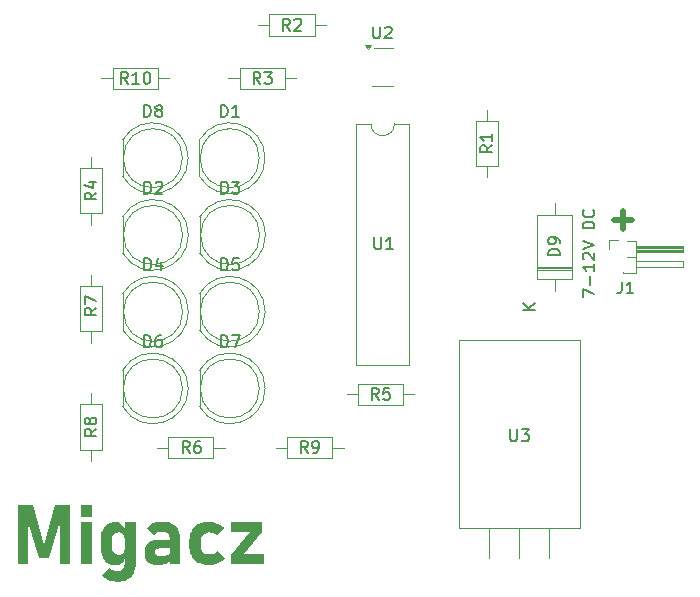
<source format=gbr>
%TF.GenerationSoftware,KiCad,Pcbnew,8.0.2*%
%TF.CreationDate,2026-02-07T14:26:08+01:00*%
%TF.ProjectId,konstantynopolitanczykowianeczka_zamieszkujaca_konstantynopol,6b6f6e73-7461-46e7-9479-6e6f706f6c69,1*%
%TF.SameCoordinates,Original*%
%TF.FileFunction,Legend,Top*%
%TF.FilePolarity,Positive*%
%FSLAX46Y46*%
G04 Gerber Fmt 4.6, Leading zero omitted, Abs format (unit mm)*
G04 Created by KiCad (PCBNEW 8.0.2) date 2026-02-07 14:26:08*
%MOMM*%
%LPD*%
G01*
G04 APERTURE LIST*
%ADD10C,0.200000*%
%ADD11C,0.500000*%
%ADD12C,0.150000*%
%ADD13C,0.120000*%
G04 APERTURE END LIST*
D10*
G36*
X77576698Y-93156454D02*
G01*
X78817452Y-93156454D01*
X78817452Y-98150000D01*
X77961381Y-98150000D01*
X77961381Y-94272644D01*
X77996796Y-94492463D01*
X77041806Y-97593126D01*
X76210159Y-97593126D01*
X75255170Y-94560851D01*
X75289364Y-94272644D01*
X75289364Y-98150000D01*
X74434514Y-98150000D01*
X74434514Y-93156454D01*
X75674046Y-93156454D01*
X76625372Y-96522121D01*
X77576698Y-93156454D01*
G37*
G36*
X79766335Y-93156454D02*
G01*
X80706670Y-93156454D01*
X80706670Y-94096789D01*
X79766335Y-94096789D01*
X79766335Y-93156454D01*
G37*
G36*
X79766335Y-94585275D02*
G01*
X80706670Y-94585275D01*
X80706670Y-98150000D01*
X79766335Y-98150000D01*
X79766335Y-94585275D01*
G37*
G36*
X82835247Y-99599581D02*
G01*
X82577814Y-99584912D01*
X82315299Y-99534891D01*
X82074430Y-99449371D01*
X81844422Y-99320457D01*
X81656317Y-99157196D01*
X81554193Y-99029274D01*
X82185561Y-98449197D01*
X82383328Y-98605491D01*
X82473767Y-98649476D01*
X82711842Y-98713390D01*
X82824256Y-98720307D01*
X83077437Y-98684618D01*
X83294851Y-98567878D01*
X83306635Y-98557885D01*
X83453379Y-98351799D01*
X83494702Y-98112142D01*
X83494702Y-94585275D01*
X84435037Y-94585275D01*
X84435037Y-98043754D01*
X84420257Y-98308792D01*
X84375918Y-98551612D01*
X84291983Y-98795354D01*
X84248192Y-98885170D01*
X84099388Y-99106217D01*
X83909891Y-99287437D01*
X83702309Y-99417620D01*
X83463361Y-99513576D01*
X83223428Y-99569550D01*
X82959925Y-99596738D01*
X82835247Y-99599581D01*
G37*
G36*
X82666719Y-98201290D02*
G01*
X82419986Y-98179789D01*
X82179789Y-98107289D01*
X82019476Y-98019330D01*
X81821354Y-97844680D01*
X81676039Y-97635881D01*
X81607926Y-97492986D01*
X81527969Y-97238500D01*
X81484082Y-96977847D01*
X81468035Y-96719399D01*
X81467487Y-96658897D01*
X81467487Y-96088590D01*
X81478596Y-95823648D01*
X81511923Y-95581118D01*
X81575011Y-95337925D01*
X81607926Y-95248394D01*
X81720470Y-95027348D01*
X81877806Y-94831629D01*
X82019476Y-94715945D01*
X82237004Y-94604318D01*
X82484758Y-94544212D01*
X82666719Y-94532763D01*
X82922745Y-94570330D01*
X83157304Y-94683030D01*
X83186956Y-94703733D01*
X83375658Y-94879612D01*
X83519486Y-95091904D01*
X83566754Y-95186113D01*
X83494702Y-95976238D01*
X83459669Y-95734209D01*
X83432420Y-95667271D01*
X83266412Y-95481584D01*
X83251681Y-95473098D01*
X83006980Y-95406981D01*
X82965917Y-95405931D01*
X82717782Y-95456941D01*
X82554367Y-95586671D01*
X82440975Y-95818768D01*
X82409185Y-96072018D01*
X82409043Y-96092254D01*
X82409043Y-96658897D01*
X82436859Y-96911278D01*
X82545426Y-97143578D01*
X82554367Y-97154710D01*
X82756712Y-97295918D01*
X82965917Y-97329344D01*
X83213470Y-97283265D01*
X83251681Y-97264619D01*
X83424559Y-97090525D01*
X83432420Y-97075331D01*
X83493182Y-96829484D01*
X83494702Y-96776133D01*
X83542330Y-97590683D01*
X83423719Y-97820825D01*
X83246834Y-98011377D01*
X83205275Y-98042533D01*
X82974419Y-98156485D01*
X82724575Y-98199895D01*
X82666719Y-98201290D01*
G37*
G36*
X87303670Y-95889532D02*
G01*
X87251506Y-95647560D01*
X87138806Y-95508513D01*
X86909671Y-95399892D01*
X86671081Y-95374180D01*
X86423212Y-95399940D01*
X86275407Y-95440125D01*
X86048815Y-95541543D01*
X85929804Y-95622086D01*
X85346063Y-95048115D01*
X85524837Y-94880962D01*
X85742423Y-94744033D01*
X85909043Y-94669539D01*
X86158806Y-94591667D01*
X86401141Y-94548925D01*
X86658025Y-94532897D01*
X86684514Y-94532763D01*
X86936693Y-94545128D01*
X87191288Y-94587870D01*
X87440212Y-94670150D01*
X87481967Y-94689078D01*
X87707281Y-94826236D01*
X87888631Y-95003236D01*
X87985107Y-95143370D01*
X88090780Y-95383110D01*
X88144802Y-95633044D01*
X88158519Y-95859002D01*
X88158519Y-98150000D01*
X87303670Y-98150000D01*
X87303670Y-95889532D01*
G37*
G36*
X86310822Y-98201290D02*
G01*
X86042003Y-98184270D01*
X85783007Y-98124432D01*
X85549164Y-98007414D01*
X85453530Y-97928960D01*
X85304122Y-97730322D01*
X85210050Y-97476347D01*
X85174635Y-97233326D01*
X85170208Y-97098534D01*
X85190053Y-96850704D01*
X85259820Y-96611490D01*
X85396252Y-96394868D01*
X85487724Y-96305966D01*
X85717298Y-96166218D01*
X85977141Y-96084698D01*
X86250445Y-96047432D01*
X86441492Y-96040963D01*
X87334200Y-96040963D01*
X87381827Y-96759036D01*
X86445156Y-96759036D01*
X86202096Y-96798864D01*
X86125198Y-96843300D01*
X86019886Y-97067239D01*
X86018952Y-97098534D01*
X86113717Y-97330084D01*
X86152064Y-97358653D01*
X86387282Y-97432960D01*
X86557508Y-97442916D01*
X86813963Y-97430895D01*
X87057251Y-97382058D01*
X87119266Y-97357431D01*
X87292144Y-97173791D01*
X87303670Y-97088764D01*
X87375721Y-97607780D01*
X87283104Y-97844281D01*
X87198645Y-97933845D01*
X86985036Y-98068667D01*
X86806635Y-98134124D01*
X86565446Y-98184499D01*
X86310822Y-98201290D01*
G37*
G36*
X90571639Y-98201290D02*
G01*
X90326709Y-98189155D01*
X90072877Y-98146490D01*
X89817805Y-98063056D01*
X89700913Y-98007117D01*
X89491804Y-97868586D01*
X89316326Y-97695708D01*
X89174479Y-97488483D01*
X89150145Y-97442916D01*
X89050325Y-97196098D01*
X88992097Y-96948673D01*
X88963815Y-96677291D01*
X88960857Y-96548988D01*
X88960857Y-96167969D01*
X88972688Y-95918078D01*
X89014279Y-95659941D01*
X89085817Y-95426148D01*
X89150145Y-95283810D01*
X89285266Y-95071886D01*
X89454018Y-94894071D01*
X89656401Y-94750363D01*
X89700913Y-94725715D01*
X89941793Y-94623963D01*
X90182853Y-94564608D01*
X90446903Y-94535778D01*
X90571639Y-94532763D01*
X90821549Y-94545619D01*
X91074784Y-94587926D01*
X91123628Y-94599930D01*
X91369397Y-94682056D01*
X91588910Y-94794103D01*
X91788549Y-94944557D01*
X91932071Y-95103070D01*
X91323907Y-95694138D01*
X91113851Y-95549227D01*
X91018603Y-95507292D01*
X90781508Y-95448062D01*
X90651018Y-95440125D01*
X90406069Y-95466915D01*
X90177163Y-95565891D01*
X90097808Y-95630635D01*
X89957559Y-95843584D01*
X89905466Y-96083705D01*
X89902413Y-96167969D01*
X89902413Y-96548988D01*
X89929891Y-96794337D01*
X90031404Y-97022409D01*
X90097808Y-97100976D01*
X90317286Y-97240349D01*
X90564369Y-97292116D01*
X90651018Y-97295150D01*
X90898532Y-97264119D01*
X91021046Y-97223098D01*
X91239757Y-97094589D01*
X91323907Y-97016713D01*
X91932071Y-97641974D01*
X91753211Y-97825944D01*
X91585247Y-97946057D01*
X91366039Y-98055966D01*
X91121185Y-98136566D01*
X90872709Y-98183024D01*
X90626271Y-98200722D01*
X90571639Y-98201290D01*
G37*
G36*
X95143865Y-95381507D02*
G01*
X93567277Y-97295150D01*
X95236677Y-97295150D01*
X95236677Y-98150000D01*
X92443760Y-98150000D01*
X92443760Y-97339113D01*
X94065533Y-95440125D01*
X92492609Y-95440125D01*
X92492609Y-94585275D01*
X95143865Y-94585275D01*
X95143865Y-95381507D01*
G37*
D11*
X124940105Y-68967333D02*
X126463915Y-68967333D01*
X125702010Y-69729238D02*
X125702010Y-68205428D01*
D12*
X122254787Y-75508458D02*
X122254787Y-74841792D01*
X122254787Y-74841792D02*
X123254787Y-75270363D01*
X122873834Y-74460839D02*
X122873834Y-73698935D01*
X123254787Y-72698935D02*
X123254787Y-73270363D01*
X123254787Y-72984649D02*
X122254787Y-72984649D01*
X122254787Y-72984649D02*
X122397644Y-73079887D01*
X122397644Y-73079887D02*
X122492882Y-73175125D01*
X122492882Y-73175125D02*
X122540501Y-73270363D01*
X122350025Y-72317982D02*
X122302406Y-72270363D01*
X122302406Y-72270363D02*
X122254787Y-72175125D01*
X122254787Y-72175125D02*
X122254787Y-71937030D01*
X122254787Y-71937030D02*
X122302406Y-71841792D01*
X122302406Y-71841792D02*
X122350025Y-71794173D01*
X122350025Y-71794173D02*
X122445263Y-71746554D01*
X122445263Y-71746554D02*
X122540501Y-71746554D01*
X122540501Y-71746554D02*
X122683358Y-71794173D01*
X122683358Y-71794173D02*
X123254787Y-72365601D01*
X123254787Y-72365601D02*
X123254787Y-71746554D01*
X122254787Y-71460839D02*
X123254787Y-71127506D01*
X123254787Y-71127506D02*
X122254787Y-70794173D01*
X123254787Y-69698934D02*
X122254787Y-69698934D01*
X122254787Y-69698934D02*
X122254787Y-69460839D01*
X122254787Y-69460839D02*
X122302406Y-69317982D01*
X122302406Y-69317982D02*
X122397644Y-69222744D01*
X122397644Y-69222744D02*
X122492882Y-69175125D01*
X122492882Y-69175125D02*
X122683358Y-69127506D01*
X122683358Y-69127506D02*
X122826215Y-69127506D01*
X122826215Y-69127506D02*
X123016691Y-69175125D01*
X123016691Y-69175125D02*
X123111929Y-69222744D01*
X123111929Y-69222744D02*
X123207168Y-69317982D01*
X123207168Y-69317982D02*
X123254787Y-69460839D01*
X123254787Y-69460839D02*
X123254787Y-69698934D01*
X123159548Y-68127506D02*
X123207168Y-68175125D01*
X123207168Y-68175125D02*
X123254787Y-68317982D01*
X123254787Y-68317982D02*
X123254787Y-68413220D01*
X123254787Y-68413220D02*
X123207168Y-68556077D01*
X123207168Y-68556077D02*
X123111929Y-68651315D01*
X123111929Y-68651315D02*
X123016691Y-68698934D01*
X123016691Y-68698934D02*
X122826215Y-68746553D01*
X122826215Y-68746553D02*
X122683358Y-68746553D01*
X122683358Y-68746553D02*
X122492882Y-68698934D01*
X122492882Y-68698934D02*
X122397644Y-68651315D01*
X122397644Y-68651315D02*
X122302406Y-68556077D01*
X122302406Y-68556077D02*
X122254787Y-68413220D01*
X122254787Y-68413220D02*
X122254787Y-68317982D01*
X122254787Y-68317982D02*
X122302406Y-68175125D01*
X122302406Y-68175125D02*
X122350025Y-68127506D01*
X120339787Y-71988094D02*
X119339787Y-71988094D01*
X119339787Y-71988094D02*
X119339787Y-71749999D01*
X119339787Y-71749999D02*
X119387406Y-71607142D01*
X119387406Y-71607142D02*
X119482644Y-71511904D01*
X119482644Y-71511904D02*
X119577882Y-71464285D01*
X119577882Y-71464285D02*
X119768358Y-71416666D01*
X119768358Y-71416666D02*
X119911215Y-71416666D01*
X119911215Y-71416666D02*
X120101691Y-71464285D01*
X120101691Y-71464285D02*
X120196929Y-71511904D01*
X120196929Y-71511904D02*
X120292168Y-71607142D01*
X120292168Y-71607142D02*
X120339787Y-71749999D01*
X120339787Y-71749999D02*
X120339787Y-71988094D01*
X120339787Y-70940475D02*
X120339787Y-70749999D01*
X120339787Y-70749999D02*
X120292168Y-70654761D01*
X120292168Y-70654761D02*
X120244548Y-70607142D01*
X120244548Y-70607142D02*
X120101691Y-70511904D01*
X120101691Y-70511904D02*
X119911215Y-70464285D01*
X119911215Y-70464285D02*
X119530263Y-70464285D01*
X119530263Y-70464285D02*
X119435025Y-70511904D01*
X119435025Y-70511904D02*
X119387406Y-70559523D01*
X119387406Y-70559523D02*
X119339787Y-70654761D01*
X119339787Y-70654761D02*
X119339787Y-70845237D01*
X119339787Y-70845237D02*
X119387406Y-70940475D01*
X119387406Y-70940475D02*
X119435025Y-70988094D01*
X119435025Y-70988094D02*
X119530263Y-71035713D01*
X119530263Y-71035713D02*
X119768358Y-71035713D01*
X119768358Y-71035713D02*
X119863596Y-70988094D01*
X119863596Y-70988094D02*
X119911215Y-70940475D01*
X119911215Y-70940475D02*
X119958834Y-70845237D01*
X119958834Y-70845237D02*
X119958834Y-70654761D01*
X119958834Y-70654761D02*
X119911215Y-70559523D01*
X119911215Y-70559523D02*
X119863596Y-70511904D01*
X119863596Y-70511904D02*
X119768358Y-70464285D01*
X118239787Y-76591904D02*
X117239787Y-76591904D01*
X118239787Y-76020476D02*
X117668358Y-76449047D01*
X117239787Y-76020476D02*
X117811215Y-76591904D01*
X104523063Y-52604819D02*
X104523063Y-53414342D01*
X104523063Y-53414342D02*
X104570682Y-53509580D01*
X104570682Y-53509580D02*
X104618301Y-53557200D01*
X104618301Y-53557200D02*
X104713539Y-53604819D01*
X104713539Y-53604819D02*
X104904015Y-53604819D01*
X104904015Y-53604819D02*
X104999253Y-53557200D01*
X104999253Y-53557200D02*
X105046872Y-53509580D01*
X105046872Y-53509580D02*
X105094491Y-53414342D01*
X105094491Y-53414342D02*
X105094491Y-52604819D01*
X105523063Y-52700057D02*
X105570682Y-52652438D01*
X105570682Y-52652438D02*
X105665920Y-52604819D01*
X105665920Y-52604819D02*
X105904015Y-52604819D01*
X105904015Y-52604819D02*
X105999253Y-52652438D01*
X105999253Y-52652438D02*
X106046872Y-52700057D01*
X106046872Y-52700057D02*
X106094491Y-52795295D01*
X106094491Y-52795295D02*
X106094491Y-52890533D01*
X106094491Y-52890533D02*
X106046872Y-53033390D01*
X106046872Y-53033390D02*
X105475444Y-53604819D01*
X105475444Y-53604819D02*
X106094491Y-53604819D01*
X116123063Y-86704819D02*
X116123063Y-87514342D01*
X116123063Y-87514342D02*
X116170682Y-87609580D01*
X116170682Y-87609580D02*
X116218301Y-87657200D01*
X116218301Y-87657200D02*
X116313539Y-87704819D01*
X116313539Y-87704819D02*
X116504015Y-87704819D01*
X116504015Y-87704819D02*
X116599253Y-87657200D01*
X116599253Y-87657200D02*
X116646872Y-87609580D01*
X116646872Y-87609580D02*
X116694491Y-87514342D01*
X116694491Y-87514342D02*
X116694491Y-86704819D01*
X117075444Y-86704819D02*
X117694491Y-86704819D01*
X117694491Y-86704819D02*
X117361158Y-87085771D01*
X117361158Y-87085771D02*
X117504015Y-87085771D01*
X117504015Y-87085771D02*
X117599253Y-87133390D01*
X117599253Y-87133390D02*
X117646872Y-87181009D01*
X117646872Y-87181009D02*
X117694491Y-87276247D01*
X117694491Y-87276247D02*
X117694491Y-87514342D01*
X117694491Y-87514342D02*
X117646872Y-87609580D01*
X117646872Y-87609580D02*
X117599253Y-87657200D01*
X117599253Y-87657200D02*
X117504015Y-87704819D01*
X117504015Y-87704819D02*
X117218301Y-87704819D01*
X117218301Y-87704819D02*
X117123063Y-87657200D01*
X117123063Y-87657200D02*
X117075444Y-87609580D01*
X104623063Y-70454819D02*
X104623063Y-71264342D01*
X104623063Y-71264342D02*
X104670682Y-71359580D01*
X104670682Y-71359580D02*
X104718301Y-71407200D01*
X104718301Y-71407200D02*
X104813539Y-71454819D01*
X104813539Y-71454819D02*
X105004015Y-71454819D01*
X105004015Y-71454819D02*
X105099253Y-71407200D01*
X105099253Y-71407200D02*
X105146872Y-71359580D01*
X105146872Y-71359580D02*
X105194491Y-71264342D01*
X105194491Y-71264342D02*
X105194491Y-70454819D01*
X106194491Y-71454819D02*
X105623063Y-71454819D01*
X105908777Y-71454819D02*
X105908777Y-70454819D01*
X105908777Y-70454819D02*
X105813539Y-70597676D01*
X105813539Y-70597676D02*
X105718301Y-70692914D01*
X105718301Y-70692914D02*
X105623063Y-70740533D01*
X83742110Y-57454819D02*
X83408777Y-56978628D01*
X83170682Y-57454819D02*
X83170682Y-56454819D01*
X83170682Y-56454819D02*
X83551634Y-56454819D01*
X83551634Y-56454819D02*
X83646872Y-56502438D01*
X83646872Y-56502438D02*
X83694491Y-56550057D01*
X83694491Y-56550057D02*
X83742110Y-56645295D01*
X83742110Y-56645295D02*
X83742110Y-56788152D01*
X83742110Y-56788152D02*
X83694491Y-56883390D01*
X83694491Y-56883390D02*
X83646872Y-56931009D01*
X83646872Y-56931009D02*
X83551634Y-56978628D01*
X83551634Y-56978628D02*
X83170682Y-56978628D01*
X84694491Y-57454819D02*
X84123063Y-57454819D01*
X84408777Y-57454819D02*
X84408777Y-56454819D01*
X84408777Y-56454819D02*
X84313539Y-56597676D01*
X84313539Y-56597676D02*
X84218301Y-56692914D01*
X84218301Y-56692914D02*
X84123063Y-56740533D01*
X85313539Y-56454819D02*
X85408777Y-56454819D01*
X85408777Y-56454819D02*
X85504015Y-56502438D01*
X85504015Y-56502438D02*
X85551634Y-56550057D01*
X85551634Y-56550057D02*
X85599253Y-56645295D01*
X85599253Y-56645295D02*
X85646872Y-56835771D01*
X85646872Y-56835771D02*
X85646872Y-57073866D01*
X85646872Y-57073866D02*
X85599253Y-57264342D01*
X85599253Y-57264342D02*
X85551634Y-57359580D01*
X85551634Y-57359580D02*
X85504015Y-57407200D01*
X85504015Y-57407200D02*
X85408777Y-57454819D01*
X85408777Y-57454819D02*
X85313539Y-57454819D01*
X85313539Y-57454819D02*
X85218301Y-57407200D01*
X85218301Y-57407200D02*
X85170682Y-57359580D01*
X85170682Y-57359580D02*
X85123063Y-57264342D01*
X85123063Y-57264342D02*
X85075444Y-57073866D01*
X85075444Y-57073866D02*
X85075444Y-56835771D01*
X85075444Y-56835771D02*
X85123063Y-56645295D01*
X85123063Y-56645295D02*
X85170682Y-56550057D01*
X85170682Y-56550057D02*
X85218301Y-56502438D01*
X85218301Y-56502438D02*
X85313539Y-56454819D01*
X98968301Y-88704819D02*
X98634968Y-88228628D01*
X98396873Y-88704819D02*
X98396873Y-87704819D01*
X98396873Y-87704819D02*
X98777825Y-87704819D01*
X98777825Y-87704819D02*
X98873063Y-87752438D01*
X98873063Y-87752438D02*
X98920682Y-87800057D01*
X98920682Y-87800057D02*
X98968301Y-87895295D01*
X98968301Y-87895295D02*
X98968301Y-88038152D01*
X98968301Y-88038152D02*
X98920682Y-88133390D01*
X98920682Y-88133390D02*
X98873063Y-88181009D01*
X98873063Y-88181009D02*
X98777825Y-88228628D01*
X98777825Y-88228628D02*
X98396873Y-88228628D01*
X99444492Y-88704819D02*
X99634968Y-88704819D01*
X99634968Y-88704819D02*
X99730206Y-88657200D01*
X99730206Y-88657200D02*
X99777825Y-88609580D01*
X99777825Y-88609580D02*
X99873063Y-88466723D01*
X99873063Y-88466723D02*
X99920682Y-88276247D01*
X99920682Y-88276247D02*
X99920682Y-87895295D01*
X99920682Y-87895295D02*
X99873063Y-87800057D01*
X99873063Y-87800057D02*
X99825444Y-87752438D01*
X99825444Y-87752438D02*
X99730206Y-87704819D01*
X99730206Y-87704819D02*
X99539730Y-87704819D01*
X99539730Y-87704819D02*
X99444492Y-87752438D01*
X99444492Y-87752438D02*
X99396873Y-87800057D01*
X99396873Y-87800057D02*
X99349254Y-87895295D01*
X99349254Y-87895295D02*
X99349254Y-88133390D01*
X99349254Y-88133390D02*
X99396873Y-88228628D01*
X99396873Y-88228628D02*
X99444492Y-88276247D01*
X99444492Y-88276247D02*
X99539730Y-88323866D01*
X99539730Y-88323866D02*
X99730206Y-88323866D01*
X99730206Y-88323866D02*
X99825444Y-88276247D01*
X99825444Y-88276247D02*
X99873063Y-88228628D01*
X99873063Y-88228628D02*
X99920682Y-88133390D01*
X81089787Y-86666666D02*
X80613596Y-86999999D01*
X81089787Y-87238094D02*
X80089787Y-87238094D01*
X80089787Y-87238094D02*
X80089787Y-86857142D01*
X80089787Y-86857142D02*
X80137406Y-86761904D01*
X80137406Y-86761904D02*
X80185025Y-86714285D01*
X80185025Y-86714285D02*
X80280263Y-86666666D01*
X80280263Y-86666666D02*
X80423120Y-86666666D01*
X80423120Y-86666666D02*
X80518358Y-86714285D01*
X80518358Y-86714285D02*
X80565977Y-86761904D01*
X80565977Y-86761904D02*
X80613596Y-86857142D01*
X80613596Y-86857142D02*
X80613596Y-87238094D01*
X80518358Y-86095237D02*
X80470739Y-86190475D01*
X80470739Y-86190475D02*
X80423120Y-86238094D01*
X80423120Y-86238094D02*
X80327882Y-86285713D01*
X80327882Y-86285713D02*
X80280263Y-86285713D01*
X80280263Y-86285713D02*
X80185025Y-86238094D01*
X80185025Y-86238094D02*
X80137406Y-86190475D01*
X80137406Y-86190475D02*
X80089787Y-86095237D01*
X80089787Y-86095237D02*
X80089787Y-85904761D01*
X80089787Y-85904761D02*
X80137406Y-85809523D01*
X80137406Y-85809523D02*
X80185025Y-85761904D01*
X80185025Y-85761904D02*
X80280263Y-85714285D01*
X80280263Y-85714285D02*
X80327882Y-85714285D01*
X80327882Y-85714285D02*
X80423120Y-85761904D01*
X80423120Y-85761904D02*
X80470739Y-85809523D01*
X80470739Y-85809523D02*
X80518358Y-85904761D01*
X80518358Y-85904761D02*
X80518358Y-86095237D01*
X80518358Y-86095237D02*
X80565977Y-86190475D01*
X80565977Y-86190475D02*
X80613596Y-86238094D01*
X80613596Y-86238094D02*
X80708834Y-86285713D01*
X80708834Y-86285713D02*
X80899310Y-86285713D01*
X80899310Y-86285713D02*
X80994548Y-86238094D01*
X80994548Y-86238094D02*
X81042168Y-86190475D01*
X81042168Y-86190475D02*
X81089787Y-86095237D01*
X81089787Y-86095237D02*
X81089787Y-85904761D01*
X81089787Y-85904761D02*
X81042168Y-85809523D01*
X81042168Y-85809523D02*
X80994548Y-85761904D01*
X80994548Y-85761904D02*
X80899310Y-85714285D01*
X80899310Y-85714285D02*
X80708834Y-85714285D01*
X80708834Y-85714285D02*
X80613596Y-85761904D01*
X80613596Y-85761904D02*
X80565977Y-85809523D01*
X80565977Y-85809523D02*
X80518358Y-85904761D01*
X81089787Y-76416666D02*
X80613596Y-76749999D01*
X81089787Y-76988094D02*
X80089787Y-76988094D01*
X80089787Y-76988094D02*
X80089787Y-76607142D01*
X80089787Y-76607142D02*
X80137406Y-76511904D01*
X80137406Y-76511904D02*
X80185025Y-76464285D01*
X80185025Y-76464285D02*
X80280263Y-76416666D01*
X80280263Y-76416666D02*
X80423120Y-76416666D01*
X80423120Y-76416666D02*
X80518358Y-76464285D01*
X80518358Y-76464285D02*
X80565977Y-76511904D01*
X80565977Y-76511904D02*
X80613596Y-76607142D01*
X80613596Y-76607142D02*
X80613596Y-76988094D01*
X80089787Y-76083332D02*
X80089787Y-75416666D01*
X80089787Y-75416666D02*
X81089787Y-75845237D01*
X88968301Y-88704819D02*
X88634968Y-88228628D01*
X88396873Y-88704819D02*
X88396873Y-87704819D01*
X88396873Y-87704819D02*
X88777825Y-87704819D01*
X88777825Y-87704819D02*
X88873063Y-87752438D01*
X88873063Y-87752438D02*
X88920682Y-87800057D01*
X88920682Y-87800057D02*
X88968301Y-87895295D01*
X88968301Y-87895295D02*
X88968301Y-88038152D01*
X88968301Y-88038152D02*
X88920682Y-88133390D01*
X88920682Y-88133390D02*
X88873063Y-88181009D01*
X88873063Y-88181009D02*
X88777825Y-88228628D01*
X88777825Y-88228628D02*
X88396873Y-88228628D01*
X89825444Y-87704819D02*
X89634968Y-87704819D01*
X89634968Y-87704819D02*
X89539730Y-87752438D01*
X89539730Y-87752438D02*
X89492111Y-87800057D01*
X89492111Y-87800057D02*
X89396873Y-87942914D01*
X89396873Y-87942914D02*
X89349254Y-88133390D01*
X89349254Y-88133390D02*
X89349254Y-88514342D01*
X89349254Y-88514342D02*
X89396873Y-88609580D01*
X89396873Y-88609580D02*
X89444492Y-88657200D01*
X89444492Y-88657200D02*
X89539730Y-88704819D01*
X89539730Y-88704819D02*
X89730206Y-88704819D01*
X89730206Y-88704819D02*
X89825444Y-88657200D01*
X89825444Y-88657200D02*
X89873063Y-88609580D01*
X89873063Y-88609580D02*
X89920682Y-88514342D01*
X89920682Y-88514342D02*
X89920682Y-88276247D01*
X89920682Y-88276247D02*
X89873063Y-88181009D01*
X89873063Y-88181009D02*
X89825444Y-88133390D01*
X89825444Y-88133390D02*
X89730206Y-88085771D01*
X89730206Y-88085771D02*
X89539730Y-88085771D01*
X89539730Y-88085771D02*
X89444492Y-88133390D01*
X89444492Y-88133390D02*
X89396873Y-88181009D01*
X89396873Y-88181009D02*
X89349254Y-88276247D01*
X104968301Y-84204819D02*
X104634968Y-83728628D01*
X104396873Y-84204819D02*
X104396873Y-83204819D01*
X104396873Y-83204819D02*
X104777825Y-83204819D01*
X104777825Y-83204819D02*
X104873063Y-83252438D01*
X104873063Y-83252438D02*
X104920682Y-83300057D01*
X104920682Y-83300057D02*
X104968301Y-83395295D01*
X104968301Y-83395295D02*
X104968301Y-83538152D01*
X104968301Y-83538152D02*
X104920682Y-83633390D01*
X104920682Y-83633390D02*
X104873063Y-83681009D01*
X104873063Y-83681009D02*
X104777825Y-83728628D01*
X104777825Y-83728628D02*
X104396873Y-83728628D01*
X105873063Y-83204819D02*
X105396873Y-83204819D01*
X105396873Y-83204819D02*
X105349254Y-83681009D01*
X105349254Y-83681009D02*
X105396873Y-83633390D01*
X105396873Y-83633390D02*
X105492111Y-83585771D01*
X105492111Y-83585771D02*
X105730206Y-83585771D01*
X105730206Y-83585771D02*
X105825444Y-83633390D01*
X105825444Y-83633390D02*
X105873063Y-83681009D01*
X105873063Y-83681009D02*
X105920682Y-83776247D01*
X105920682Y-83776247D02*
X105920682Y-84014342D01*
X105920682Y-84014342D02*
X105873063Y-84109580D01*
X105873063Y-84109580D02*
X105825444Y-84157200D01*
X105825444Y-84157200D02*
X105730206Y-84204819D01*
X105730206Y-84204819D02*
X105492111Y-84204819D01*
X105492111Y-84204819D02*
X105396873Y-84157200D01*
X105396873Y-84157200D02*
X105349254Y-84109580D01*
X81089787Y-66666666D02*
X80613596Y-66999999D01*
X81089787Y-67238094D02*
X80089787Y-67238094D01*
X80089787Y-67238094D02*
X80089787Y-66857142D01*
X80089787Y-66857142D02*
X80137406Y-66761904D01*
X80137406Y-66761904D02*
X80185025Y-66714285D01*
X80185025Y-66714285D02*
X80280263Y-66666666D01*
X80280263Y-66666666D02*
X80423120Y-66666666D01*
X80423120Y-66666666D02*
X80518358Y-66714285D01*
X80518358Y-66714285D02*
X80565977Y-66761904D01*
X80565977Y-66761904D02*
X80613596Y-66857142D01*
X80613596Y-66857142D02*
X80613596Y-67238094D01*
X80423120Y-65809523D02*
X81089787Y-65809523D01*
X80042168Y-66047618D02*
X80756453Y-66285713D01*
X80756453Y-66285713D02*
X80756453Y-65666666D01*
X94968301Y-57454819D02*
X94634968Y-56978628D01*
X94396873Y-57454819D02*
X94396873Y-56454819D01*
X94396873Y-56454819D02*
X94777825Y-56454819D01*
X94777825Y-56454819D02*
X94873063Y-56502438D01*
X94873063Y-56502438D02*
X94920682Y-56550057D01*
X94920682Y-56550057D02*
X94968301Y-56645295D01*
X94968301Y-56645295D02*
X94968301Y-56788152D01*
X94968301Y-56788152D02*
X94920682Y-56883390D01*
X94920682Y-56883390D02*
X94873063Y-56931009D01*
X94873063Y-56931009D02*
X94777825Y-56978628D01*
X94777825Y-56978628D02*
X94396873Y-56978628D01*
X95301635Y-56454819D02*
X95920682Y-56454819D01*
X95920682Y-56454819D02*
X95587349Y-56835771D01*
X95587349Y-56835771D02*
X95730206Y-56835771D01*
X95730206Y-56835771D02*
X95825444Y-56883390D01*
X95825444Y-56883390D02*
X95873063Y-56931009D01*
X95873063Y-56931009D02*
X95920682Y-57026247D01*
X95920682Y-57026247D02*
X95920682Y-57264342D01*
X95920682Y-57264342D02*
X95873063Y-57359580D01*
X95873063Y-57359580D02*
X95825444Y-57407200D01*
X95825444Y-57407200D02*
X95730206Y-57454819D01*
X95730206Y-57454819D02*
X95444492Y-57454819D01*
X95444492Y-57454819D02*
X95349254Y-57407200D01*
X95349254Y-57407200D02*
X95301635Y-57359580D01*
X97468301Y-52954819D02*
X97134968Y-52478628D01*
X96896873Y-52954819D02*
X96896873Y-51954819D01*
X96896873Y-51954819D02*
X97277825Y-51954819D01*
X97277825Y-51954819D02*
X97373063Y-52002438D01*
X97373063Y-52002438D02*
X97420682Y-52050057D01*
X97420682Y-52050057D02*
X97468301Y-52145295D01*
X97468301Y-52145295D02*
X97468301Y-52288152D01*
X97468301Y-52288152D02*
X97420682Y-52383390D01*
X97420682Y-52383390D02*
X97373063Y-52431009D01*
X97373063Y-52431009D02*
X97277825Y-52478628D01*
X97277825Y-52478628D02*
X96896873Y-52478628D01*
X97849254Y-52050057D02*
X97896873Y-52002438D01*
X97896873Y-52002438D02*
X97992111Y-51954819D01*
X97992111Y-51954819D02*
X98230206Y-51954819D01*
X98230206Y-51954819D02*
X98325444Y-52002438D01*
X98325444Y-52002438D02*
X98373063Y-52050057D01*
X98373063Y-52050057D02*
X98420682Y-52145295D01*
X98420682Y-52145295D02*
X98420682Y-52240533D01*
X98420682Y-52240533D02*
X98373063Y-52383390D01*
X98373063Y-52383390D02*
X97801635Y-52954819D01*
X97801635Y-52954819D02*
X98420682Y-52954819D01*
X114589787Y-62666666D02*
X114113596Y-62999999D01*
X114589787Y-63238094D02*
X113589787Y-63238094D01*
X113589787Y-63238094D02*
X113589787Y-62857142D01*
X113589787Y-62857142D02*
X113637406Y-62761904D01*
X113637406Y-62761904D02*
X113685025Y-62714285D01*
X113685025Y-62714285D02*
X113780263Y-62666666D01*
X113780263Y-62666666D02*
X113923120Y-62666666D01*
X113923120Y-62666666D02*
X114018358Y-62714285D01*
X114018358Y-62714285D02*
X114065977Y-62761904D01*
X114065977Y-62761904D02*
X114113596Y-62857142D01*
X114113596Y-62857142D02*
X114113596Y-63238094D01*
X114589787Y-61714285D02*
X114589787Y-62285713D01*
X114589787Y-61999999D02*
X113589787Y-61999999D01*
X113589787Y-61999999D02*
X113732644Y-62095237D01*
X113732644Y-62095237D02*
X113827882Y-62190475D01*
X113827882Y-62190475D02*
X113875501Y-62285713D01*
X125551634Y-74204819D02*
X125551634Y-74919104D01*
X125551634Y-74919104D02*
X125504015Y-75061961D01*
X125504015Y-75061961D02*
X125408777Y-75157200D01*
X125408777Y-75157200D02*
X125265920Y-75204819D01*
X125265920Y-75204819D02*
X125170682Y-75204819D01*
X126551634Y-75204819D02*
X125980206Y-75204819D01*
X126265920Y-75204819D02*
X126265920Y-74204819D01*
X126265920Y-74204819D02*
X126170682Y-74347676D01*
X126170682Y-74347676D02*
X126075444Y-74442914D01*
X126075444Y-74442914D02*
X125980206Y-74490533D01*
X85126873Y-60244819D02*
X85126873Y-59244819D01*
X85126873Y-59244819D02*
X85364968Y-59244819D01*
X85364968Y-59244819D02*
X85507825Y-59292438D01*
X85507825Y-59292438D02*
X85603063Y-59387676D01*
X85603063Y-59387676D02*
X85650682Y-59482914D01*
X85650682Y-59482914D02*
X85698301Y-59673390D01*
X85698301Y-59673390D02*
X85698301Y-59816247D01*
X85698301Y-59816247D02*
X85650682Y-60006723D01*
X85650682Y-60006723D02*
X85603063Y-60101961D01*
X85603063Y-60101961D02*
X85507825Y-60197200D01*
X85507825Y-60197200D02*
X85364968Y-60244819D01*
X85364968Y-60244819D02*
X85126873Y-60244819D01*
X86269730Y-59673390D02*
X86174492Y-59625771D01*
X86174492Y-59625771D02*
X86126873Y-59578152D01*
X86126873Y-59578152D02*
X86079254Y-59482914D01*
X86079254Y-59482914D02*
X86079254Y-59435295D01*
X86079254Y-59435295D02*
X86126873Y-59340057D01*
X86126873Y-59340057D02*
X86174492Y-59292438D01*
X86174492Y-59292438D02*
X86269730Y-59244819D01*
X86269730Y-59244819D02*
X86460206Y-59244819D01*
X86460206Y-59244819D02*
X86555444Y-59292438D01*
X86555444Y-59292438D02*
X86603063Y-59340057D01*
X86603063Y-59340057D02*
X86650682Y-59435295D01*
X86650682Y-59435295D02*
X86650682Y-59482914D01*
X86650682Y-59482914D02*
X86603063Y-59578152D01*
X86603063Y-59578152D02*
X86555444Y-59625771D01*
X86555444Y-59625771D02*
X86460206Y-59673390D01*
X86460206Y-59673390D02*
X86269730Y-59673390D01*
X86269730Y-59673390D02*
X86174492Y-59721009D01*
X86174492Y-59721009D02*
X86126873Y-59768628D01*
X86126873Y-59768628D02*
X86079254Y-59863866D01*
X86079254Y-59863866D02*
X86079254Y-60054342D01*
X86079254Y-60054342D02*
X86126873Y-60149580D01*
X86126873Y-60149580D02*
X86174492Y-60197200D01*
X86174492Y-60197200D02*
X86269730Y-60244819D01*
X86269730Y-60244819D02*
X86460206Y-60244819D01*
X86460206Y-60244819D02*
X86555444Y-60197200D01*
X86555444Y-60197200D02*
X86603063Y-60149580D01*
X86603063Y-60149580D02*
X86650682Y-60054342D01*
X86650682Y-60054342D02*
X86650682Y-59863866D01*
X86650682Y-59863866D02*
X86603063Y-59768628D01*
X86603063Y-59768628D02*
X86555444Y-59721009D01*
X86555444Y-59721009D02*
X86460206Y-59673390D01*
X91641873Y-79744819D02*
X91641873Y-78744819D01*
X91641873Y-78744819D02*
X91879968Y-78744819D01*
X91879968Y-78744819D02*
X92022825Y-78792438D01*
X92022825Y-78792438D02*
X92118063Y-78887676D01*
X92118063Y-78887676D02*
X92165682Y-78982914D01*
X92165682Y-78982914D02*
X92213301Y-79173390D01*
X92213301Y-79173390D02*
X92213301Y-79316247D01*
X92213301Y-79316247D02*
X92165682Y-79506723D01*
X92165682Y-79506723D02*
X92118063Y-79601961D01*
X92118063Y-79601961D02*
X92022825Y-79697200D01*
X92022825Y-79697200D02*
X91879968Y-79744819D01*
X91879968Y-79744819D02*
X91641873Y-79744819D01*
X92546635Y-78744819D02*
X93213301Y-78744819D01*
X93213301Y-78744819D02*
X92784730Y-79744819D01*
X85126873Y-79744819D02*
X85126873Y-78744819D01*
X85126873Y-78744819D02*
X85364968Y-78744819D01*
X85364968Y-78744819D02*
X85507825Y-78792438D01*
X85507825Y-78792438D02*
X85603063Y-78887676D01*
X85603063Y-78887676D02*
X85650682Y-78982914D01*
X85650682Y-78982914D02*
X85698301Y-79173390D01*
X85698301Y-79173390D02*
X85698301Y-79316247D01*
X85698301Y-79316247D02*
X85650682Y-79506723D01*
X85650682Y-79506723D02*
X85603063Y-79601961D01*
X85603063Y-79601961D02*
X85507825Y-79697200D01*
X85507825Y-79697200D02*
X85364968Y-79744819D01*
X85364968Y-79744819D02*
X85126873Y-79744819D01*
X86555444Y-78744819D02*
X86364968Y-78744819D01*
X86364968Y-78744819D02*
X86269730Y-78792438D01*
X86269730Y-78792438D02*
X86222111Y-78840057D01*
X86222111Y-78840057D02*
X86126873Y-78982914D01*
X86126873Y-78982914D02*
X86079254Y-79173390D01*
X86079254Y-79173390D02*
X86079254Y-79554342D01*
X86079254Y-79554342D02*
X86126873Y-79649580D01*
X86126873Y-79649580D02*
X86174492Y-79697200D01*
X86174492Y-79697200D02*
X86269730Y-79744819D01*
X86269730Y-79744819D02*
X86460206Y-79744819D01*
X86460206Y-79744819D02*
X86555444Y-79697200D01*
X86555444Y-79697200D02*
X86603063Y-79649580D01*
X86603063Y-79649580D02*
X86650682Y-79554342D01*
X86650682Y-79554342D02*
X86650682Y-79316247D01*
X86650682Y-79316247D02*
X86603063Y-79221009D01*
X86603063Y-79221009D02*
X86555444Y-79173390D01*
X86555444Y-79173390D02*
X86460206Y-79125771D01*
X86460206Y-79125771D02*
X86269730Y-79125771D01*
X86269730Y-79125771D02*
X86174492Y-79173390D01*
X86174492Y-79173390D02*
X86126873Y-79221009D01*
X86126873Y-79221009D02*
X86079254Y-79316247D01*
X91641873Y-73244819D02*
X91641873Y-72244819D01*
X91641873Y-72244819D02*
X91879968Y-72244819D01*
X91879968Y-72244819D02*
X92022825Y-72292438D01*
X92022825Y-72292438D02*
X92118063Y-72387676D01*
X92118063Y-72387676D02*
X92165682Y-72482914D01*
X92165682Y-72482914D02*
X92213301Y-72673390D01*
X92213301Y-72673390D02*
X92213301Y-72816247D01*
X92213301Y-72816247D02*
X92165682Y-73006723D01*
X92165682Y-73006723D02*
X92118063Y-73101961D01*
X92118063Y-73101961D02*
X92022825Y-73197200D01*
X92022825Y-73197200D02*
X91879968Y-73244819D01*
X91879968Y-73244819D02*
X91641873Y-73244819D01*
X93118063Y-72244819D02*
X92641873Y-72244819D01*
X92641873Y-72244819D02*
X92594254Y-72721009D01*
X92594254Y-72721009D02*
X92641873Y-72673390D01*
X92641873Y-72673390D02*
X92737111Y-72625771D01*
X92737111Y-72625771D02*
X92975206Y-72625771D01*
X92975206Y-72625771D02*
X93070444Y-72673390D01*
X93070444Y-72673390D02*
X93118063Y-72721009D01*
X93118063Y-72721009D02*
X93165682Y-72816247D01*
X93165682Y-72816247D02*
X93165682Y-73054342D01*
X93165682Y-73054342D02*
X93118063Y-73149580D01*
X93118063Y-73149580D02*
X93070444Y-73197200D01*
X93070444Y-73197200D02*
X92975206Y-73244819D01*
X92975206Y-73244819D02*
X92737111Y-73244819D01*
X92737111Y-73244819D02*
X92641873Y-73197200D01*
X92641873Y-73197200D02*
X92594254Y-73149580D01*
X85141873Y-73244819D02*
X85141873Y-72244819D01*
X85141873Y-72244819D02*
X85379968Y-72244819D01*
X85379968Y-72244819D02*
X85522825Y-72292438D01*
X85522825Y-72292438D02*
X85618063Y-72387676D01*
X85618063Y-72387676D02*
X85665682Y-72482914D01*
X85665682Y-72482914D02*
X85713301Y-72673390D01*
X85713301Y-72673390D02*
X85713301Y-72816247D01*
X85713301Y-72816247D02*
X85665682Y-73006723D01*
X85665682Y-73006723D02*
X85618063Y-73101961D01*
X85618063Y-73101961D02*
X85522825Y-73197200D01*
X85522825Y-73197200D02*
X85379968Y-73244819D01*
X85379968Y-73244819D02*
X85141873Y-73244819D01*
X86570444Y-72578152D02*
X86570444Y-73244819D01*
X86332349Y-72197200D02*
X86094254Y-72911485D01*
X86094254Y-72911485D02*
X86713301Y-72911485D01*
X91666873Y-66744819D02*
X91666873Y-65744819D01*
X91666873Y-65744819D02*
X91904968Y-65744819D01*
X91904968Y-65744819D02*
X92047825Y-65792438D01*
X92047825Y-65792438D02*
X92143063Y-65887676D01*
X92143063Y-65887676D02*
X92190682Y-65982914D01*
X92190682Y-65982914D02*
X92238301Y-66173390D01*
X92238301Y-66173390D02*
X92238301Y-66316247D01*
X92238301Y-66316247D02*
X92190682Y-66506723D01*
X92190682Y-66506723D02*
X92143063Y-66601961D01*
X92143063Y-66601961D02*
X92047825Y-66697200D01*
X92047825Y-66697200D02*
X91904968Y-66744819D01*
X91904968Y-66744819D02*
X91666873Y-66744819D01*
X92571635Y-65744819D02*
X93190682Y-65744819D01*
X93190682Y-65744819D02*
X92857349Y-66125771D01*
X92857349Y-66125771D02*
X93000206Y-66125771D01*
X93000206Y-66125771D02*
X93095444Y-66173390D01*
X93095444Y-66173390D02*
X93143063Y-66221009D01*
X93143063Y-66221009D02*
X93190682Y-66316247D01*
X93190682Y-66316247D02*
X93190682Y-66554342D01*
X93190682Y-66554342D02*
X93143063Y-66649580D01*
X93143063Y-66649580D02*
X93095444Y-66697200D01*
X93095444Y-66697200D02*
X93000206Y-66744819D01*
X93000206Y-66744819D02*
X92714492Y-66744819D01*
X92714492Y-66744819D02*
X92619254Y-66697200D01*
X92619254Y-66697200D02*
X92571635Y-66649580D01*
X85141873Y-66744819D02*
X85141873Y-65744819D01*
X85141873Y-65744819D02*
X85379968Y-65744819D01*
X85379968Y-65744819D02*
X85522825Y-65792438D01*
X85522825Y-65792438D02*
X85618063Y-65887676D01*
X85618063Y-65887676D02*
X85665682Y-65982914D01*
X85665682Y-65982914D02*
X85713301Y-66173390D01*
X85713301Y-66173390D02*
X85713301Y-66316247D01*
X85713301Y-66316247D02*
X85665682Y-66506723D01*
X85665682Y-66506723D02*
X85618063Y-66601961D01*
X85618063Y-66601961D02*
X85522825Y-66697200D01*
X85522825Y-66697200D02*
X85379968Y-66744819D01*
X85379968Y-66744819D02*
X85141873Y-66744819D01*
X86094254Y-65840057D02*
X86141873Y-65792438D01*
X86141873Y-65792438D02*
X86237111Y-65744819D01*
X86237111Y-65744819D02*
X86475206Y-65744819D01*
X86475206Y-65744819D02*
X86570444Y-65792438D01*
X86570444Y-65792438D02*
X86618063Y-65840057D01*
X86618063Y-65840057D02*
X86665682Y-65935295D01*
X86665682Y-65935295D02*
X86665682Y-66030533D01*
X86665682Y-66030533D02*
X86618063Y-66173390D01*
X86618063Y-66173390D02*
X86046635Y-66744819D01*
X86046635Y-66744819D02*
X86665682Y-66744819D01*
X91626873Y-60244819D02*
X91626873Y-59244819D01*
X91626873Y-59244819D02*
X91864968Y-59244819D01*
X91864968Y-59244819D02*
X92007825Y-59292438D01*
X92007825Y-59292438D02*
X92103063Y-59387676D01*
X92103063Y-59387676D02*
X92150682Y-59482914D01*
X92150682Y-59482914D02*
X92198301Y-59673390D01*
X92198301Y-59673390D02*
X92198301Y-59816247D01*
X92198301Y-59816247D02*
X92150682Y-60006723D01*
X92150682Y-60006723D02*
X92103063Y-60101961D01*
X92103063Y-60101961D02*
X92007825Y-60197200D01*
X92007825Y-60197200D02*
X91864968Y-60244819D01*
X91864968Y-60244819D02*
X91626873Y-60244819D01*
X93150682Y-60244819D02*
X92579254Y-60244819D01*
X92864968Y-60244819D02*
X92864968Y-59244819D01*
X92864968Y-59244819D02*
X92769730Y-59387676D01*
X92769730Y-59387676D02*
X92674492Y-59482914D01*
X92674492Y-59482914D02*
X92579254Y-59530533D01*
D13*
%TO.C,D9*%
X119884968Y-74990000D02*
X119884968Y-73970000D01*
X118414968Y-73970000D02*
X121354968Y-73970000D01*
X121354968Y-73970000D02*
X121354968Y-68530000D01*
X118414968Y-73190000D02*
X121354968Y-73190000D01*
X118414968Y-73070000D02*
X121354968Y-73070000D01*
X118414968Y-72950000D02*
X121354968Y-72950000D01*
X118414968Y-68530000D02*
X118414968Y-73970000D01*
X121354968Y-68530000D02*
X118414968Y-68530000D01*
X119884968Y-67510000D02*
X119884968Y-68530000D01*
%TO.C,U2*%
X104384968Y-57660000D02*
X106184968Y-57660000D01*
X105384968Y-54440000D02*
X104584968Y-54440000D01*
X105384968Y-54440000D02*
X106184968Y-54440000D01*
X104084968Y-54490000D02*
X103844968Y-54160000D01*
X104324968Y-54160000D01*
X104084968Y-54490000D01*
G36*
X104084968Y-54490000D02*
G01*
X103844968Y-54160000D01*
X104324968Y-54160000D01*
X104084968Y-54490000D01*
G37*
%TO.C,U3*%
X111764968Y-79150000D02*
X111764968Y-95040000D01*
X111764968Y-79150000D02*
X122004968Y-79150000D01*
X111764968Y-95040000D02*
X122004968Y-95040000D01*
X114344968Y-95040000D02*
X114344968Y-97580000D01*
X116884968Y-95040000D02*
X116884968Y-97580000D01*
X119424968Y-95040000D02*
X119424968Y-97580000D01*
X122004968Y-79150000D02*
X122004968Y-95040000D01*
%TO.C,U1*%
X103074968Y-60840000D02*
X103074968Y-81280000D01*
X103074968Y-81280000D02*
X107574968Y-81280000D01*
X104324968Y-60840000D02*
X103074968Y-60840000D01*
X107574968Y-60840000D02*
X106324968Y-60840000D01*
X107574968Y-81280000D02*
X107574968Y-60840000D01*
X106324968Y-60840000D02*
G75*
G02*
X104324968Y-60840000I-1000000J0D01*
G01*
%TO.C,R10*%
X87254968Y-57000000D02*
X86304968Y-57000000D01*
X86304968Y-57920000D02*
X86304968Y-56080000D01*
X86304968Y-56080000D02*
X82464968Y-56080000D01*
X82464968Y-57920000D02*
X86304968Y-57920000D01*
X82464968Y-56080000D02*
X82464968Y-57920000D01*
X81514968Y-57000000D02*
X82464968Y-57000000D01*
%TO.C,R9*%
X96264968Y-88250000D02*
X97214968Y-88250000D01*
X97214968Y-87330000D02*
X97214968Y-89170000D01*
X97214968Y-89170000D02*
X101054968Y-89170000D01*
X101054968Y-87330000D02*
X97214968Y-87330000D01*
X101054968Y-89170000D02*
X101054968Y-87330000D01*
X102004968Y-88250000D02*
X101054968Y-88250000D01*
%TO.C,R8*%
X80634968Y-83630000D02*
X80634968Y-84580000D01*
X81554968Y-84580000D02*
X79714968Y-84580000D01*
X79714968Y-84580000D02*
X79714968Y-88420000D01*
X81554968Y-88420000D02*
X81554968Y-84580000D01*
X79714968Y-88420000D02*
X81554968Y-88420000D01*
X80634968Y-89370000D02*
X80634968Y-88420000D01*
%TO.C,R7*%
X80634968Y-73630000D02*
X80634968Y-74580000D01*
X81554968Y-74580000D02*
X79714968Y-74580000D01*
X79714968Y-74580000D02*
X79714968Y-78420000D01*
X81554968Y-78420000D02*
X81554968Y-74580000D01*
X79714968Y-78420000D02*
X81554968Y-78420000D01*
X80634968Y-79370000D02*
X80634968Y-78420000D01*
%TO.C,R6*%
X86204968Y-88250000D02*
X87154968Y-88250000D01*
X87154968Y-87330000D02*
X87154968Y-89170000D01*
X87154968Y-89170000D02*
X90994968Y-89170000D01*
X90994968Y-87330000D02*
X87154968Y-87330000D01*
X90994968Y-89170000D02*
X90994968Y-87330000D01*
X91944968Y-88250000D02*
X90994968Y-88250000D01*
%TO.C,R5*%
X102264968Y-83750000D02*
X103214968Y-83750000D01*
X103214968Y-82830000D02*
X103214968Y-84670000D01*
X103214968Y-84670000D02*
X107054968Y-84670000D01*
X107054968Y-82830000D02*
X103214968Y-82830000D01*
X107054968Y-84670000D02*
X107054968Y-82830000D01*
X108004968Y-83750000D02*
X107054968Y-83750000D01*
%TO.C,R4*%
X80634968Y-69370000D02*
X80634968Y-68420000D01*
X79714968Y-68420000D02*
X81554968Y-68420000D01*
X81554968Y-68420000D02*
X81554968Y-64580000D01*
X79714968Y-64580000D02*
X79714968Y-68420000D01*
X81554968Y-64580000D02*
X79714968Y-64580000D01*
X80634968Y-63630000D02*
X80634968Y-64580000D01*
%TO.C,R3*%
X92264968Y-57000000D02*
X93214968Y-57000000D01*
X93214968Y-56080000D02*
X93214968Y-57920000D01*
X93214968Y-57920000D02*
X97054968Y-57920000D01*
X97054968Y-56080000D02*
X93214968Y-56080000D01*
X97054968Y-57920000D02*
X97054968Y-56080000D01*
X98004968Y-57000000D02*
X97054968Y-57000000D01*
%TO.C,R2*%
X100504968Y-52500000D02*
X99554968Y-52500000D01*
X99554968Y-53420000D02*
X99554968Y-51580000D01*
X99554968Y-51580000D02*
X95714968Y-51580000D01*
X95714968Y-53420000D02*
X99554968Y-53420000D01*
X95714968Y-51580000D02*
X95714968Y-53420000D01*
X94764968Y-52500000D02*
X95714968Y-52500000D01*
%TO.C,R1*%
X114134968Y-65370000D02*
X114134968Y-64420000D01*
X113214968Y-64420000D02*
X115054968Y-64420000D01*
X115054968Y-64420000D02*
X115054968Y-60580000D01*
X113214968Y-60580000D02*
X113214968Y-64420000D01*
X115054968Y-60580000D02*
X113214968Y-60580000D01*
X114134968Y-59630000D02*
X114134968Y-60580000D01*
%TO.C,J1*%
X124449968Y-70715000D02*
X125209968Y-70715000D01*
X124449968Y-71475000D02*
X124449968Y-70715000D01*
X125649968Y-73440000D02*
X125649968Y-73364677D01*
X125969968Y-70780000D02*
X126769968Y-70780000D01*
X125969968Y-72110000D02*
X126769968Y-72110000D01*
X126769968Y-70780000D02*
X126769968Y-73440000D01*
X126769968Y-71215000D02*
X130769968Y-71215000D01*
X126769968Y-71275000D02*
X130769968Y-71275000D01*
X126769968Y-71395000D02*
X130769968Y-71395000D01*
X126769968Y-71515000D02*
X130769968Y-71515000D01*
X126769968Y-71635000D02*
X130769968Y-71635000D01*
X126769968Y-72485000D02*
X130769968Y-72485000D01*
X126769968Y-73440000D02*
X125649968Y-73440000D01*
X130769968Y-71215000D02*
X130769968Y-71735000D01*
X130769968Y-71735000D02*
X126769968Y-71735000D01*
X130769968Y-72485000D02*
X130769968Y-73005000D01*
X130769968Y-73005000D02*
X126769968Y-73005000D01*
%TO.C,D8*%
X83304968Y-62205000D02*
X83304968Y-65295000D01*
X83304968Y-62205170D02*
G75*
G02*
X88854968Y-63750462I2560000J-1544830D01*
G01*
X88854968Y-63749538D02*
G75*
G02*
X83304968Y-65294830I-2990000J-462D01*
G01*
X88364968Y-63750000D02*
G75*
G02*
X83364968Y-63750000I-2500000J0D01*
G01*
X83364968Y-63750000D02*
G75*
G02*
X88364968Y-63750000I2500000J0D01*
G01*
%TO.C,D7*%
X89819968Y-81705000D02*
X89819968Y-84795000D01*
X89819968Y-81705170D02*
G75*
G02*
X95369968Y-83250462I2560000J-1544830D01*
G01*
X95369968Y-83249538D02*
G75*
G02*
X89819968Y-84794830I-2990000J-462D01*
G01*
X94879968Y-83250000D02*
G75*
G02*
X89879968Y-83250000I-2500000J0D01*
G01*
X89879968Y-83250000D02*
G75*
G02*
X94879968Y-83250000I2500000J0D01*
G01*
%TO.C,D6*%
X83304968Y-81705000D02*
X83304968Y-84795000D01*
X83304968Y-81705170D02*
G75*
G02*
X88854968Y-83250462I2560000J-1544830D01*
G01*
X88854968Y-83249538D02*
G75*
G02*
X83304968Y-84794830I-2990000J-462D01*
G01*
X88364968Y-83250000D02*
G75*
G02*
X83364968Y-83250000I-2500000J0D01*
G01*
X83364968Y-83250000D02*
G75*
G02*
X88364968Y-83250000I2500000J0D01*
G01*
%TO.C,D5*%
X89819968Y-75205000D02*
X89819968Y-78295000D01*
X89819968Y-75205170D02*
G75*
G02*
X95369968Y-76750462I2560000J-1544830D01*
G01*
X95369968Y-76749538D02*
G75*
G02*
X89819968Y-78294830I-2990000J-462D01*
G01*
X94879968Y-76750000D02*
G75*
G02*
X89879968Y-76750000I-2500000J0D01*
G01*
X89879968Y-76750000D02*
G75*
G02*
X94879968Y-76750000I2500000J0D01*
G01*
%TO.C,D4*%
X83319968Y-75205000D02*
X83319968Y-78295000D01*
X83319968Y-75205170D02*
G75*
G02*
X88869968Y-76750462I2560000J-1544830D01*
G01*
X88869968Y-76749538D02*
G75*
G02*
X83319968Y-78294830I-2990000J-462D01*
G01*
X88379968Y-76750000D02*
G75*
G02*
X83379968Y-76750000I-2500000J0D01*
G01*
X83379968Y-76750000D02*
G75*
G02*
X88379968Y-76750000I2500000J0D01*
G01*
%TO.C,D3*%
X89844968Y-68705000D02*
X89844968Y-71795000D01*
X89844968Y-68705170D02*
G75*
G02*
X95394968Y-70250462I2560000J-1544830D01*
G01*
X95394968Y-70249538D02*
G75*
G02*
X89844968Y-71794830I-2990000J-462D01*
G01*
X94904968Y-70250000D02*
G75*
G02*
X89904968Y-70250000I-2500000J0D01*
G01*
X89904968Y-70250000D02*
G75*
G02*
X94904968Y-70250000I2500000J0D01*
G01*
%TO.C,D2*%
X83319968Y-68705000D02*
X83319968Y-71795000D01*
X83319968Y-68705170D02*
G75*
G02*
X88869968Y-70250462I2560000J-1544830D01*
G01*
X88869968Y-70249538D02*
G75*
G02*
X83319968Y-71794830I-2990000J-462D01*
G01*
X88379968Y-70250000D02*
G75*
G02*
X83379968Y-70250000I-2500000J0D01*
G01*
X83379968Y-70250000D02*
G75*
G02*
X88379968Y-70250000I2500000J0D01*
G01*
%TO.C,D1*%
X89804968Y-62205000D02*
X89804968Y-65295000D01*
X89804968Y-62205170D02*
G75*
G02*
X95354968Y-63750462I2560000J-1544830D01*
G01*
X95354968Y-63749538D02*
G75*
G02*
X89804968Y-65294830I-2990000J-462D01*
G01*
X94864968Y-63750000D02*
G75*
G02*
X89864968Y-63750000I-2500000J0D01*
G01*
X89864968Y-63750000D02*
G75*
G02*
X94864968Y-63750000I2500000J0D01*
G01*
%TD*%
M02*

</source>
